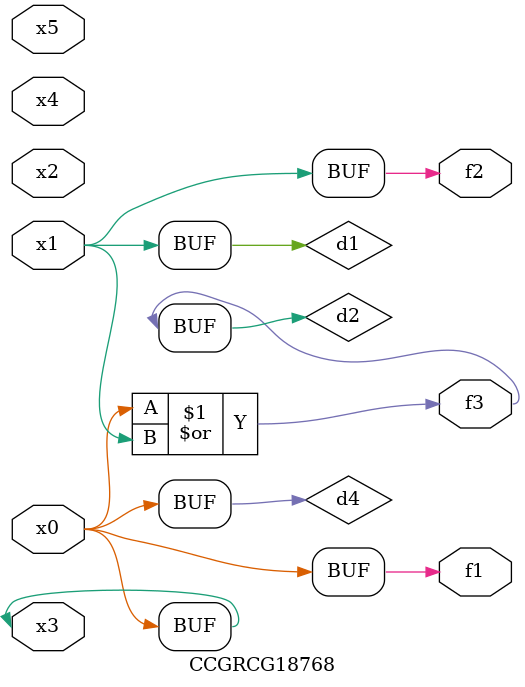
<source format=v>
module CCGRCG18768(
	input x0, x1, x2, x3, x4, x5,
	output f1, f2, f3
);

	wire d1, d2, d3, d4;

	and (d1, x1);
	or (d2, x0, x1);
	nand (d3, x0, x5);
	buf (d4, x0, x3);
	assign f1 = d4;
	assign f2 = d1;
	assign f3 = d2;
endmodule

</source>
